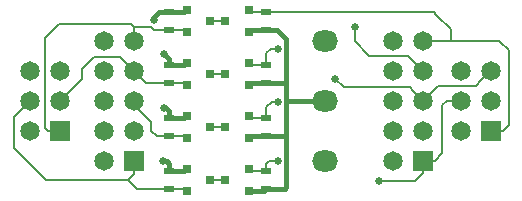
<source format=gtl>
G04 #@! TF.FileFunction,Copper,L1,Top,Signal*
%FSLAX46Y46*%
G04 Gerber Fmt 4.6, Leading zero omitted, Abs format (unit mm)*
G04 Created by KiCad (PCBNEW (2015-04-23 BZR 5622)-product) date Fri 24 Apr 2015 10:09:36 PM CEST*
%MOMM*%
G01*
G04 APERTURE LIST*
%ADD10C,0.150000*%
%ADD11R,0.800100X0.800100*%
%ADD12R,1.651000X1.651000*%
%ADD13C,1.651000*%
%ADD14O,2.200000X1.800000*%
%ADD15R,0.900000X0.500000*%
%ADD16C,0.635000*%
%ADD17C,0.406400*%
%ADD18C,0.203200*%
G04 APERTURE END LIST*
D10*
D11*
X67248980Y-43450000D03*
X67248980Y-41550000D03*
X65250000Y-42500000D03*
D12*
X87770000Y-51790000D03*
D13*
X85230000Y-51790000D03*
X87770000Y-49250000D03*
X85230000Y-49250000D03*
X87770000Y-46710000D03*
X85230000Y-46710000D03*
D11*
X67248980Y-52450000D03*
X67248980Y-50550000D03*
X65250000Y-51500000D03*
X67248980Y-56950000D03*
X67248980Y-55050000D03*
X65250000Y-56000000D03*
X61999240Y-50550000D03*
X61999240Y-52450000D03*
X63998220Y-51500000D03*
X61999240Y-55050000D03*
X61999240Y-56950000D03*
X63998220Y-56000000D03*
X67248980Y-47950000D03*
X67248980Y-46050000D03*
X65250000Y-47000000D03*
X61999240Y-46050000D03*
X61999240Y-47950000D03*
X63998220Y-47000000D03*
D13*
X54980000Y-44170000D03*
X57520000Y-44170000D03*
D12*
X57520000Y-54330000D03*
D13*
X54980000Y-54330000D03*
X57520000Y-51790000D03*
X54980000Y-51790000D03*
X57520000Y-49250000D03*
X54980000Y-49250000D03*
X57520000Y-46710000D03*
X54980000Y-46710000D03*
X79480000Y-44170000D03*
X82020000Y-44170000D03*
D12*
X82020000Y-54330000D03*
D13*
X79480000Y-54330000D03*
X82020000Y-51790000D03*
X79480000Y-51790000D03*
X82020000Y-49250000D03*
X79480000Y-49250000D03*
X82020000Y-46710000D03*
X79480000Y-46710000D03*
D11*
X61999240Y-41550000D03*
X61999240Y-43450000D03*
X63998220Y-42500000D03*
D14*
X73750000Y-54330000D03*
X73750000Y-49250000D03*
X73750000Y-44170000D03*
D12*
X51270000Y-51790000D03*
D13*
X48730000Y-51790000D03*
X51270000Y-49250000D03*
X48730000Y-49250000D03*
X51270000Y-46710000D03*
X48730000Y-46710000D03*
D15*
X68750000Y-52250000D03*
X68750000Y-50750000D03*
X68750000Y-56750000D03*
X68750000Y-55250000D03*
X60500000Y-55250000D03*
X60500000Y-56750000D03*
X60500000Y-50750000D03*
X60500000Y-52250000D03*
X60500000Y-46250000D03*
X60500000Y-47750000D03*
X68750000Y-47750000D03*
X68750000Y-46250000D03*
X60500000Y-41750000D03*
X60500000Y-43250000D03*
X68750000Y-43250000D03*
X68750000Y-41750000D03*
D16*
X60100000Y-45350000D03*
X60050000Y-49900000D03*
X60000000Y-54400000D03*
X59250000Y-42399998D03*
X76250000Y-43000000D03*
X69700000Y-44850000D03*
X78250000Y-56050000D03*
X69726090Y-54400000D03*
X74600000Y-47400000D03*
X69700000Y-49350000D03*
D17*
X60500000Y-55250000D02*
X60500000Y-54600000D01*
X60500000Y-54600000D02*
X60300000Y-54400000D01*
X60300000Y-54400000D02*
X60000000Y-54400000D01*
X60500000Y-50750000D02*
X60500000Y-50150000D01*
X60500000Y-50150000D02*
X60250000Y-49900000D01*
X60250000Y-49900000D02*
X60050000Y-49900000D01*
X60500000Y-46250000D02*
X60500000Y-45750000D01*
X60500000Y-45750000D02*
X60100000Y-45350000D01*
X60500000Y-55250000D02*
X61799240Y-55250000D01*
X61799240Y-55250000D02*
X61999240Y-55050000D01*
X60500000Y-50750000D02*
X61799240Y-50750000D01*
X61799240Y-50750000D02*
X61999240Y-50550000D01*
X60500000Y-46250000D02*
X61799240Y-46250000D01*
X61799240Y-46250000D02*
X61999240Y-46050000D01*
X60500000Y-41750000D02*
X61799240Y-41750000D01*
X61799240Y-41750000D02*
X61999240Y-41550000D01*
D18*
X61849240Y-50400000D02*
X61999240Y-50550000D01*
X61849240Y-54900000D02*
X61999240Y-55050000D01*
X61849240Y-45900000D02*
X61999240Y-46050000D01*
X61849240Y-41400000D02*
X61999240Y-41550000D01*
D17*
X60500000Y-41750000D02*
X59643600Y-41750000D01*
X59643600Y-41750000D02*
X59250000Y-42143600D01*
X59250000Y-42143600D02*
X59250000Y-42399998D01*
D18*
X58952567Y-43002567D02*
X59200000Y-43250000D01*
X59200000Y-43250000D02*
X60500000Y-43250000D01*
X60500000Y-43250000D02*
X61799240Y-43250000D01*
X61799240Y-43250000D02*
X61999240Y-43450000D01*
X57520000Y-43002567D02*
X58952567Y-43002567D01*
X57520000Y-44170000D02*
X57520000Y-43002567D01*
X57520000Y-43002567D02*
X57317433Y-42800000D01*
X57317433Y-42800000D02*
X51150000Y-42800000D01*
X51150000Y-42800000D02*
X50000000Y-43950000D01*
X50000000Y-43950000D02*
X50000000Y-51548700D01*
X50000000Y-51548700D02*
X50241300Y-51790000D01*
X50241300Y-51790000D02*
X51270000Y-51790000D01*
X61849240Y-43600000D02*
X61999240Y-43450000D01*
X60500000Y-47750000D02*
X58560000Y-47750000D01*
X58560000Y-47750000D02*
X57520000Y-46710000D01*
X60500000Y-47750000D02*
X61799240Y-47750000D01*
X61799240Y-47750000D02*
X61999240Y-47950000D01*
X61849240Y-48100000D02*
X61999240Y-47950000D01*
X51270000Y-49250000D02*
X53100000Y-47420000D01*
X53100000Y-47420000D02*
X53100000Y-46600000D01*
X53100000Y-46600000D02*
X54150000Y-45550000D01*
X54150000Y-45550000D02*
X56360000Y-45550000D01*
X56360000Y-45550000D02*
X57520000Y-46710000D01*
X57000000Y-55950000D02*
X57742002Y-56692002D01*
X60500000Y-56750000D02*
X57800000Y-56750000D01*
X57800000Y-56750000D02*
X57742002Y-56692002D01*
X60500000Y-56750000D02*
X61799240Y-56750000D01*
X61799240Y-56750000D02*
X61999240Y-56950000D01*
X48730000Y-49250000D02*
X47350000Y-50630000D01*
X57000000Y-55950000D02*
X57520000Y-55430000D01*
X47350000Y-50630000D02*
X47350000Y-53250000D01*
X47350000Y-53250000D02*
X50050000Y-55950000D01*
X57520000Y-55430000D02*
X57520000Y-54330000D01*
X50050000Y-55950000D02*
X57000000Y-55950000D01*
X61849240Y-57100000D02*
X61999240Y-56950000D01*
X60500000Y-52250000D02*
X61799240Y-52250000D01*
X61799240Y-52250000D02*
X61999240Y-52450000D01*
X59000000Y-51800000D02*
X59450000Y-52250000D01*
X59450000Y-52250000D02*
X60500000Y-52250000D01*
X57520000Y-49250000D02*
X57520000Y-49620000D01*
X57520000Y-49620000D02*
X59000000Y-51100000D01*
X59000000Y-51100000D02*
X59000000Y-51800000D01*
X61849240Y-52600000D02*
X61999240Y-52450000D01*
X83119037Y-41969037D02*
X84362254Y-43212254D01*
X68750000Y-41750000D02*
X82900000Y-41750000D01*
X82900000Y-41750000D02*
X83119037Y-41969037D01*
X68750000Y-41750000D02*
X67448980Y-41750000D01*
X67448980Y-41750000D02*
X67248980Y-41550000D01*
X82020000Y-44170000D02*
X84362254Y-44170000D01*
X84362254Y-43212254D02*
X84362254Y-44170000D01*
X84362254Y-44170000D02*
X88470000Y-44170000D01*
X89250000Y-44950000D02*
X89250000Y-51338700D01*
X89250000Y-51338700D02*
X88798700Y-51790000D01*
X88798700Y-51790000D02*
X87770000Y-51790000D01*
X88470000Y-44170000D02*
X89250000Y-44950000D01*
D17*
X70450000Y-52226618D02*
X70450000Y-52583140D01*
X70450000Y-49305668D02*
X70450000Y-52226618D01*
X70450000Y-52226618D02*
X70426618Y-52250000D01*
X70426618Y-52250000D02*
X68750000Y-52250000D01*
X70450000Y-47693580D02*
X70450000Y-48001852D01*
X70450000Y-47693580D02*
X70393580Y-47750000D01*
X70450000Y-44050000D02*
X70450000Y-47693580D01*
X70393580Y-47750000D02*
X68750000Y-47750000D01*
X68750000Y-43250000D02*
X69650000Y-43250000D01*
X69650000Y-43250000D02*
X70450000Y-44050000D01*
X70450000Y-48001852D02*
X70450000Y-49305668D01*
X68750000Y-43250000D02*
X67448980Y-43250000D01*
X67448980Y-43250000D02*
X67248980Y-43450000D01*
X68750000Y-47750000D02*
X67448980Y-47750000D01*
X67448980Y-47750000D02*
X67248980Y-47950000D01*
X68750000Y-52250000D02*
X67448980Y-52250000D01*
X67448980Y-52250000D02*
X67248980Y-52450000D01*
X67248980Y-56950000D02*
X68550000Y-56950000D01*
X68550000Y-56950000D02*
X68750000Y-56750000D01*
X68750000Y-56750000D02*
X70300000Y-56750000D01*
X70300000Y-56750000D02*
X70450000Y-56600000D01*
X70505668Y-49250000D02*
X73750000Y-49250000D01*
X70450000Y-49305668D02*
X70505668Y-49250000D01*
X70450000Y-52583140D02*
X70450000Y-56600000D01*
D18*
X69700000Y-44850000D02*
X69100000Y-44850000D01*
X69100000Y-44850000D02*
X68750000Y-45200000D01*
X68750000Y-45200000D02*
X68750000Y-46250000D01*
X68750000Y-46250000D02*
X67448980Y-46250000D01*
X67448980Y-46250000D02*
X67248980Y-46050000D01*
X76250000Y-43000000D02*
X76250000Y-44250000D01*
X80760000Y-45450000D02*
X81194501Y-45884501D01*
X76250000Y-44250000D02*
X77450000Y-45450000D01*
X77450000Y-45450000D02*
X80760000Y-45450000D01*
X81194501Y-45884501D02*
X82020000Y-46710000D01*
X78699012Y-56050000D02*
X78250000Y-56050000D01*
X81328700Y-56050000D02*
X78699012Y-56050000D01*
X82020000Y-55358700D02*
X81328700Y-56050000D01*
X82020000Y-54330000D02*
X82020000Y-55358700D01*
X68950000Y-54400000D02*
X68750000Y-54600000D01*
X68750000Y-54600000D02*
X68750000Y-55250000D01*
X69726090Y-54400000D02*
X68950000Y-54400000D01*
X68750000Y-55250000D02*
X67448980Y-55250000D01*
X67448980Y-55250000D02*
X67248980Y-55050000D01*
X82020000Y-54330000D02*
X83048700Y-54330000D01*
X83048700Y-54330000D02*
X83650000Y-53728700D01*
X83650000Y-53728700D02*
X83650000Y-49662567D01*
X83650000Y-49662567D02*
X84062567Y-49250000D01*
X84062567Y-49250000D02*
X85230000Y-49250000D01*
X69200000Y-49350000D02*
X68750000Y-49800000D01*
X68750000Y-49800000D02*
X68750000Y-50750000D01*
X69700000Y-49350000D02*
X69200000Y-49350000D01*
X68750000Y-50750000D02*
X67448980Y-50750000D01*
X67448980Y-50750000D02*
X67248980Y-50550000D01*
X74600000Y-47400000D02*
X75319699Y-48119699D01*
X80889699Y-48119699D02*
X81194501Y-48424501D01*
X75319699Y-48119699D02*
X80889699Y-48119699D01*
X81194501Y-48424501D02*
X82020000Y-49250000D01*
X82020000Y-49250000D02*
X83270000Y-48000000D01*
X83270000Y-48000000D02*
X86480000Y-48000000D01*
X86480000Y-48000000D02*
X86944501Y-47535499D01*
X86944501Y-47535499D02*
X87770000Y-46710000D01*
X63998220Y-42500000D02*
X65250000Y-42500000D01*
X63998220Y-47000000D02*
X65250000Y-47000000D01*
X63998220Y-51500000D02*
X65250000Y-51500000D01*
X63998220Y-56000000D02*
X65250000Y-56000000D01*
M02*

</source>
